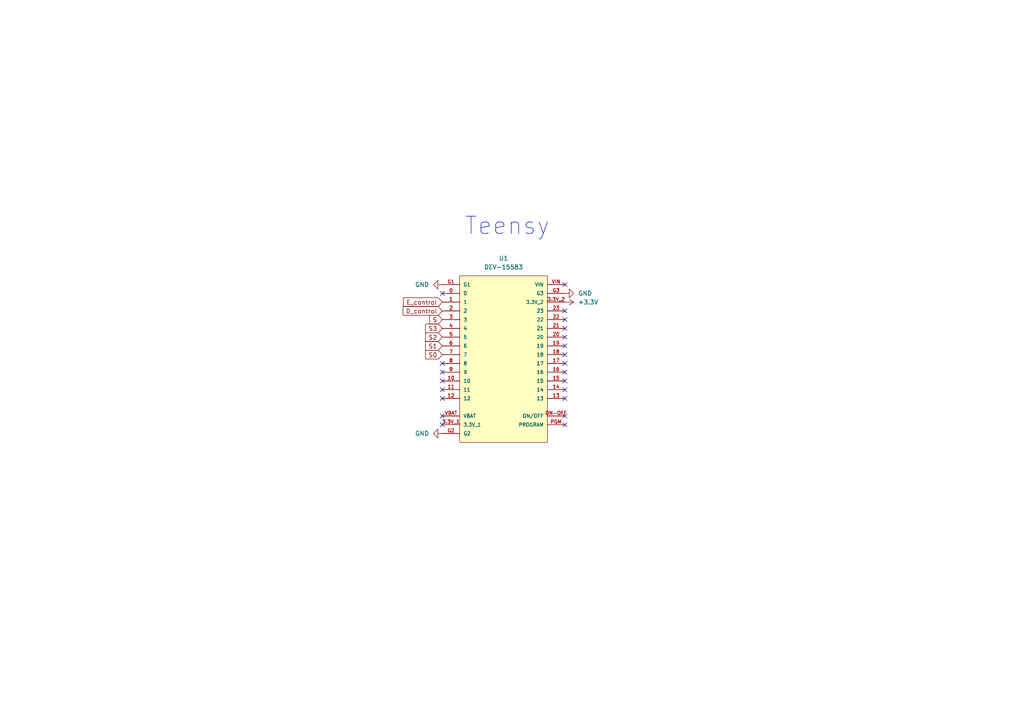
<source format=kicad_sch>
(kicad_sch (version 20230121) (generator eeschema)
  (paper "A4")
  (lib_symbols
    (symbol "+3.3V_1" (power) (pin_names (offset 0))
      (property "Value" "+3.3V_1" (at 0 3.556 0))
      (symbol "+3.3V_1_0_1"
        (polyline (pts (xy -0.762 1.27) (xy 0 2.54)))
        (polyline (pts (xy 0 0) (xy 0 2.54)))
        (polyline (pts (xy 0 2.54) (xy 0.762 1.27)))
      )
      (symbol "+3.3V_1_1_1"
        (pin power_in line (at 0 0 90) (length 0) hide (name "+3.3V") (number "1"))
      )
    )
    (symbol "DEV-15583:DEV-15583" (pin_names (offset 1.016))
      (property "Reference" "U" (at -12.7 23.622 0))
      (property "Value" "DEV-15583" (at -12.7 -27.94 0))
      (symbol "DEV-15583_0_0"
        (rectangle (start -12.7 -25.4) (end 12.7 22.86) (stroke (width 0.1524)) (fill (type background)))
        (pin bidirectional line (at -17.78 17.78 0) (length 5.08) (name "0") (number "0"))
        (pin bidirectional line (at -17.78 15.24 0) (length 5.08) (name "1") (number "1"))
        (pin bidirectional line (at -17.78 -7.62 0) (length 5.08) (name "10") (number "10"))
        (pin bidirectional line (at -17.78 -10.16 0) (length 5.08) (name "11") (number "11"))
        (pin bidirectional line (at -17.78 -12.7 0) (length 5.08) (name "12") (number "12"))
        (pin bidirectional line (at 17.78 -12.7 180) (length 5.08) (name "13") (number "13"))
        (pin bidirectional line (at 17.78 -10.16 180) (length 5.08) (name "14") (number "14"))
        (pin bidirectional line (at 17.78 -7.62 180) (length 5.08) (name "15") (number "15"))
        (pin bidirectional line (at 17.78 -5.08 180) (length 5.08) (name "16") (number "16"))
        (pin bidirectional line (at 17.78 -2.54 180) (length 5.08) (name "17") (number "17"))
        (pin bidirectional line (at 17.78 0 180) (length 5.08) (name "18") (number "18"))
        (pin bidirectional line (at 17.78 2.54 180) (length 5.08) (name "19") (number "19"))
        (pin bidirectional line (at -17.78 12.7 0) (length 5.08) (name "2") (number "2"))
        (pin bidirectional line (at 17.78 5.08 180) (length 5.08) (name "20") (number "20"))
        (pin bidirectional line (at 17.78 7.62 180) (length 5.08) (name "21") (number "21"))
        (pin bidirectional line (at 17.78 10.16 180) (length 5.08) (name "22") (number "22"))
        (pin bidirectional line (at 17.78 12.7 180) (length 5.08) (name "23") (number "23"))
        (pin bidirectional line (at -17.78 10.16 0) (length 5.08) (name "3") (number "3"))
        (pin power_in line (at -17.78 -20.32 0) (length 5.08) (name "3.3V_1") (number "3.3V_1"))
        (pin power_in line (at 17.78 15.24 180) (length 5.08) (name "3.3V_2") (number "3.3V_2"))
        (pin bidirectional line (at -17.78 7.62 0) (length 5.08) (name "4") (number "4"))
        (pin bidirectional line (at -17.78 5.08 0) (length 5.08) (name "5") (number "5"))
        (pin bidirectional line (at -17.78 2.54 0) (length 5.08) (name "6") (number "6"))
        (pin bidirectional line (at -17.78 0 0) (length 5.08) (name "7") (number "7"))
        (pin bidirectional line (at -17.78 -2.54 0) (length 5.08) (name "8") (number "8"))
        (pin bidirectional line (at -17.78 -5.08 0) (length 5.08) (name "9") (number "9"))
        (pin power_in line (at -17.78 20.32 0) (length 5.08) (name "G1") (number "G1"))
        (pin power_in line (at -17.78 -22.86 0) (length 5.08) (name "G2") (number "G2"))
        (pin power_in line (at 17.78 17.78 180) (length 5.08) (name "G3") (number "G3"))
        (pin bidirectional line (at 17.78 -17.78 180) (length 5.08) (name "ON/OFF") (number "ON-OFF"))
        (pin bidirectional line (at 17.78 -20.32 180) (length 5.08) (name "PROGRAM") (number "PGM"))
        (pin power_in line (at -17.78 -17.78 0) (length 5.08) (name "VBAT") (number "VBAT"))
        (pin power_in line (at 17.78 20.32 180) (length 5.08) (name "VIN") (number "VIN"))
      )
    )
    (symbol "GND_1" (power) (pin_names (offset 0))
      (property "Value" "GND_1" (at 0 -3.81 0))
      (symbol "GND_1_0_1"
        (polyline (pts (xy 0 0) (xy 0 -1.27) (xy 1.27 -1.27) (xy 0 -2.54) (xy -1.27 -1.27) (xy 0 -1.27)))
      )
      (symbol "GND_1_1_1"
        (pin power_in line (at 0 0 270) (length 0) hide (name "GND") (number "1"))
      )
    )
  )
  (no_connect (at 128.27 107.95))
  (no_connect (at 163.83 120.65))
  (no_connect (at 163.83 102.87))
  (no_connect (at 163.83 113.03))
  (no_connect (at 163.83 100.33))
  (no_connect (at 128.27 115.57))
  (no_connect (at 163.83 123.19))
  (no_connect (at 163.83 115.57))
  (no_connect (at 128.27 123.19))
  (no_connect (at 163.83 110.49))
  (no_connect (at 163.83 97.79))
  (no_connect (at 163.83 90.17))
  (no_connect (at 163.83 107.95))
  (no_connect (at 163.83 82.55))
  (no_connect (at 128.27 120.65))
  (no_connect (at 128.27 85.09))
  (no_connect (at 128.27 113.03))
  (no_connect (at 128.27 105.41))
  (no_connect (at 163.83 105.41))
  (no_connect (at 128.27 110.49))
  (no_connect (at 163.83 92.71))
  (no_connect (at 163.83 95.25))
  (text "Teensy" (at 134.62 68.58 0) (effects (font (size 5 5)) (justify left bottom)))
  (global_label "E_control" (shape input) (at 128.27 87.63 180) (property "Intersheetrefs" "${INTERSHEET_REFS}" (effects hide)))
  (global_label "S1" (shape input) (at 128.27 100.33 180) (property "Intersheetrefs" "${INTERSHEET_REFS}" (effects hide)))
  (global_label "S3" (shape input) (at 128.27 95.25 180) (property "Intersheetrefs" "${INTERSHEET_REFS}" (effects hide)))
  (global_label "S" (shape input) (at 128.27 92.71 180) (property "Intersheetrefs" "${INTERSHEET_REFS}" (effects hide)))
  (global_label "S2" (shape input) (at 128.27 97.79 180) (property "Intersheetrefs" "${INTERSHEET_REFS}" (effects hide)))
  (global_label "D_control" (shape input) (at 128.27 90.17 180) (property "Intersheetrefs" "${INTERSHEET_REFS}" (effects hide)))
  (global_label "S0" (shape input) (at 128.27 102.87 180) (property "Intersheetrefs" "${INTERSHEET_REFS}" (effects hide)))
  (symbol (lib_id "DEV-15583:DEV-15583") (at 146.05 102.87 0) (unit 1)
    (property "Reference" "U1" (at 146.05 74.93 0))
    (property "Value" "DEV-15583" (at 146.05 77.47 0))
    (property "Footprint" "Teensy:MODULE_DEV-15583" (effects hide))
    (property "STANDARD" "Manufacturer Recommendations" (effects hide))
    (property "MAXIMUM_PACKAGE_HEIGHT" "5.87mm" (effects hide))
    (property "MANUFACTURER" "Sparkfun" (effects hide))
  )
  (symbol (lib_name "+3.3V_1") (lib_id "power:+3.3V") (at 163.83 87.63 270) (unit 1)
    (property "Reference" "#PWR011" (effects hide))
    (property "Value" "+3.3V" (at 167.64 87.63 90) (effects (justify left)))
    (instances (project "channels" (path "" (reference "#PWR011") (unit 1))) (project "electrostimulator" (path "" (reference "#PWR045") (unit 1))) (project "channels1" (path "" (reference "#PWR04") (unit 1)) (path "" (reference "#PWR011") (unit 1))) (project "SwitchingV3" (path "" (reference "#PWR0160") (unit 1))))
  )
  (symbol (lib_name "GND_1") (lib_id "power:GND") (at 128.27 125.73 270) (unit 1)
    (property "Reference" "#PWR09" (effects hide))
    (property "Value" "GND" (at 124.46 125.73 90) (effects (justify right)))
    (instances (project "channels" (path "" (reference "#PWR09") (unit 1))) (project "electrostimulator" (path "" (reference "#PWR043") (unit 1))) (project "channels1" (path "" (reference "#PWR02") (unit 1)) (path "" (reference "#PWR09") (unit 1))) (project "SwitchingV3" (path "" (reference "#PWR0158") (unit 1))))
  )
  (symbol (lib_name "GND_1") (lib_id "power:GND") (at 163.83 85.09 90) (unit 1)
    (property "Reference" "#PWR010" (effects hide))
    (property "Value" "GND" (at 167.64 85.09 90) (effects (justify right)))
    (instances (project "channels" (path "" (reference "#PWR010") (unit 1))) (project "electrostimulator" (path "" (reference "#PWR044") (unit 1))) (project "channels1" (path "" (reference "#PWR03") (unit 1)) (path "" (reference "#PWR010") (unit 1))) (project "SwitchingV3" (path "" (reference "#PWR0159") (unit 1))))
  )
  (symbol (lib_name "GND_1") (lib_id "power:GND") (at 128.27 82.55 270) (unit 1)
    (property "Reference" "#PWR08" (effects hide))
    (property "Value" "GND" (at 124.46 82.55 90) (effects (justify right)))
    (instances (project "channels" (path "" (reference "#PWR08") (unit 1))) (project "electrostimulator" (path "" (reference "#PWR042") (unit 1))) (project "channels1" (path "" (reference "#PWR01") (unit 1)) (path "" (reference "#PWR08") (unit 1))) (project "SwitchingV3" (path "" (reference "#PWR0157") (unit 1))))
  )
)
</source>
